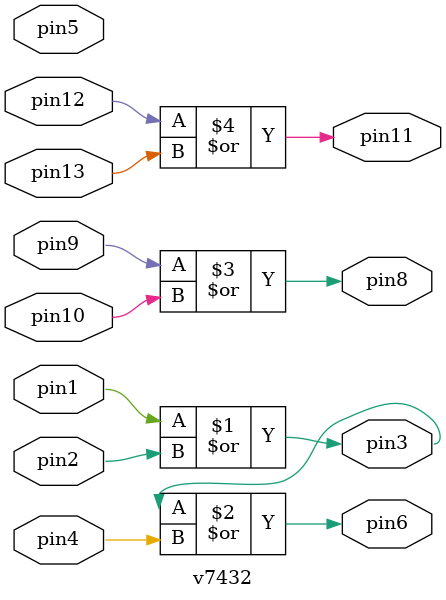
<source format=sv>
`timescale 1ns / 1ns // `timescale time_unit/time_precision

module mux2to1(input logic x, y, s, output logic m);
    logic Connection1;  // connection for NOT and AND
    logic Connection2;  // connect AND and OR
    logic Connection3;  // connect AND and OR
    v7404 u0 (
        .pin1(s), 
        .pin2(Connection1)
    ); 
    v7408 u1 (
        .pin1(x),
        .pin2(Connection1),
        .pin3(Connection2),
        .pin4(y),
        .pin5(s),
        .pin6(Connection3)
    );
    v7432 u2 (
        .pin1(Connection2),
        .pin2(Connection3),
        .pin3(m)
    );
endmodule

module v7404 (input logic pin1, pin3, pin5, pin9, pin11, pin13, output logic pin2, pin4, pin6, pin8, pin10, pin12);
    assign pin2 = ~pin1;
    assign pin4 = ~pin3;
    assign pin6 = ~pin5;
    assign pin8 = ~pin9;
    assign pin10 = ~pin11;
    assign pin12 = ~pin13;
endmodule

module v7408 (input logic pin1, output logic pin3, input logic pin5, input logic pin9, output logic pin11, input logic pin13, input logic pin2, input logic pin4, output logic pin6, output logic pin8, input logic pin10, input logic pin12);
    assign pin3 = pin1 & pin2;
    assign pin6 = pin4 & pin5;
    assign pin8 = pin9 & pin10;
    assign pin11 = pin12 & pin13;
endmodule


module v7432 (input logic pin1, output logic pin3, input logic pin5, input logic pin9, output logic pin11, input logic pin13, input logic pin2, input logic pin4, output logic pin6, output logic pin8, input logic pin10, input logic pin12);
    assign pin3 = pin1 | pin2;
    assign pin6 = pin3 | pin4;
    assign pin8 = pin9 | pin10;
    assign pin11 =  pin12 | pin13;
endmodule
</source>
